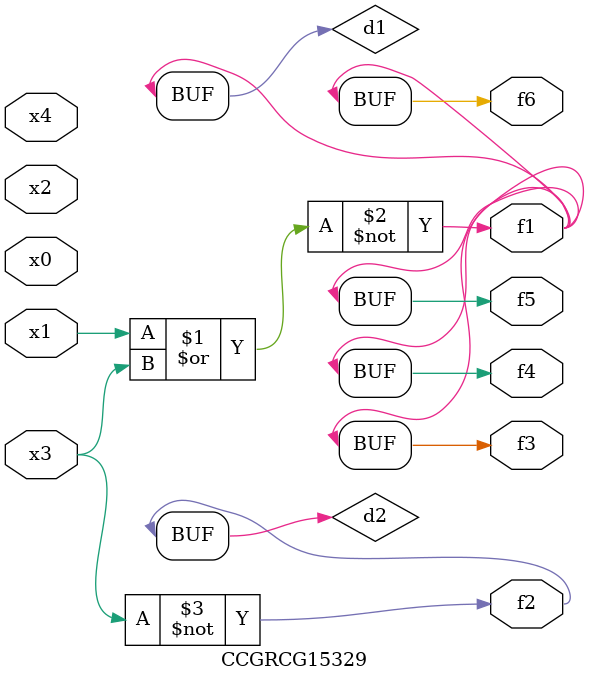
<source format=v>
module CCGRCG15329(
	input x0, x1, x2, x3, x4,
	output f1, f2, f3, f4, f5, f6
);

	wire d1, d2;

	nor (d1, x1, x3);
	not (d2, x3);
	assign f1 = d1;
	assign f2 = d2;
	assign f3 = d1;
	assign f4 = d1;
	assign f5 = d1;
	assign f6 = d1;
endmodule

</source>
